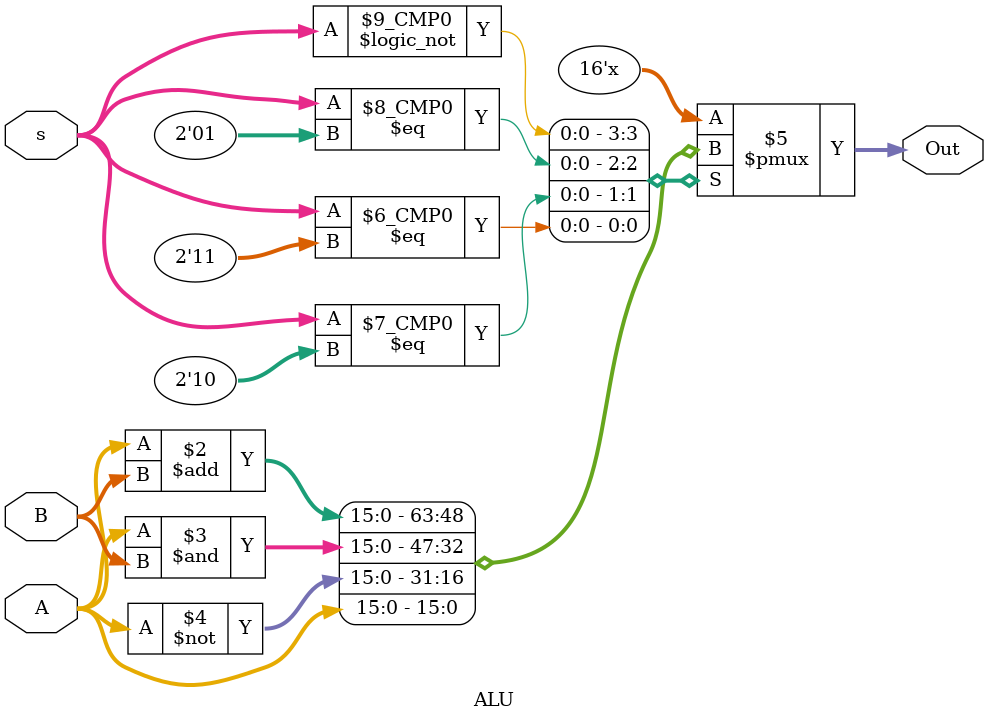
<source format=sv>
module ALU (input  logic [15:0] A, B,
			input  logic [1:0]  s,
			output logic [15:0] Out);
				
always_comb
begin
	case(s)
			
		2'b00:
			Out = A + B;	
		2'b01:
			Out = A & B;	
		2'b10:
			Out = ~A;		
		2'b11:
			Out = A;		
	endcase
end
		
endmodule 
</source>
